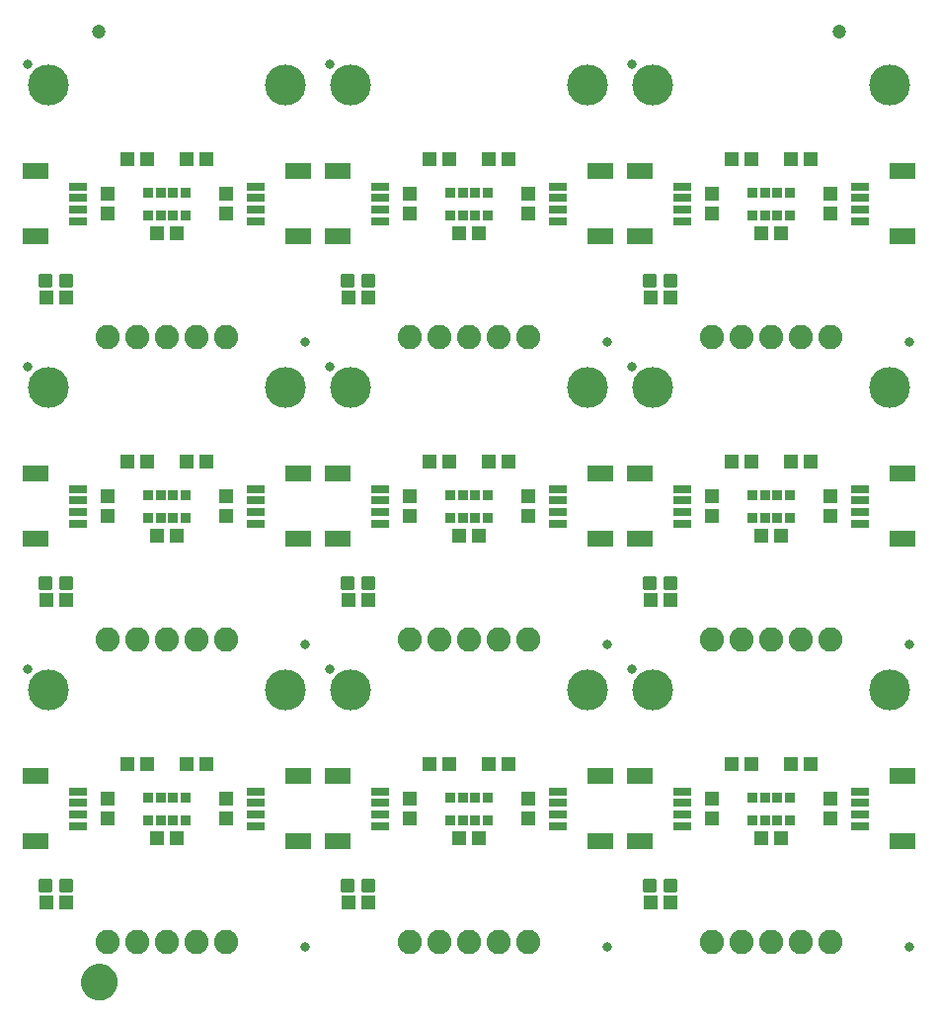
<source format=gts>
G75*
%MOIN*%
%OFA0B0*%
%FSLAX25Y25*%
%IPPOS*%
%LPD*%
%AMOC8*
5,1,8,0,0,1.08239X$1,22.5*
%
%ADD10C,0.13800*%
%ADD11C,0.03300*%
%ADD12R,0.05131X0.04737*%
%ADD13R,0.08674X0.05524*%
%ADD14R,0.06115X0.03162*%
%ADD15C,0.08200*%
%ADD16R,0.04737X0.05131*%
%ADD17C,0.01421*%
%ADD18R,0.03654X0.03556*%
%ADD19C,0.04737*%
%ADD20C,0.05000*%
%ADD21C,0.06706*%
D10*
X0038750Y0118750D03*
X0118750Y0118750D03*
X0140750Y0118750D03*
X0220750Y0118750D03*
X0242750Y0118750D03*
X0322750Y0118750D03*
X0322750Y0220750D03*
X0242750Y0220750D03*
X0220750Y0220750D03*
X0140750Y0220750D03*
X0118750Y0220750D03*
X0038750Y0220750D03*
X0038750Y0322750D03*
X0118750Y0322750D03*
X0140750Y0322750D03*
X0220750Y0322750D03*
X0242750Y0322750D03*
X0322750Y0322750D03*
D11*
X0235750Y0329750D03*
X0133750Y0329750D03*
X0031750Y0329750D03*
X0125250Y0236250D03*
X0133750Y0227750D03*
X0227250Y0236250D03*
X0235750Y0227750D03*
X0329250Y0236250D03*
X0329250Y0134250D03*
X0235750Y0125750D03*
X0227250Y0134250D03*
X0133750Y0125750D03*
X0125250Y0134250D03*
X0031750Y0125750D03*
X0125250Y0032250D03*
X0227250Y0032250D03*
X0329250Y0032250D03*
X0031750Y0227750D03*
D12*
X0037904Y0047250D03*
X0044596Y0047250D03*
X0075404Y0068750D03*
X0082096Y0068750D03*
X0085404Y0093750D03*
X0092096Y0093750D03*
X0072096Y0093750D03*
X0065404Y0093750D03*
X0044596Y0149250D03*
X0037904Y0149250D03*
X0075404Y0170750D03*
X0082096Y0170750D03*
X0085404Y0195750D03*
X0092096Y0195750D03*
X0072096Y0195750D03*
X0065404Y0195750D03*
X0044596Y0251250D03*
X0037904Y0251250D03*
X0075404Y0272750D03*
X0082096Y0272750D03*
X0085404Y0297750D03*
X0092096Y0297750D03*
X0072096Y0297750D03*
X0065404Y0297750D03*
X0139904Y0251250D03*
X0146596Y0251250D03*
X0177404Y0272750D03*
X0184096Y0272750D03*
X0187404Y0297750D03*
X0194096Y0297750D03*
X0174096Y0297750D03*
X0167404Y0297750D03*
X0241904Y0251250D03*
X0248596Y0251250D03*
X0279404Y0272750D03*
X0286096Y0272750D03*
X0289404Y0297750D03*
X0296096Y0297750D03*
X0276096Y0297750D03*
X0269404Y0297750D03*
X0269404Y0195750D03*
X0276096Y0195750D03*
X0289404Y0195750D03*
X0296096Y0195750D03*
X0286096Y0170750D03*
X0279404Y0170750D03*
X0248596Y0149250D03*
X0241904Y0149250D03*
X0194096Y0195750D03*
X0187404Y0195750D03*
X0174096Y0195750D03*
X0167404Y0195750D03*
X0177404Y0170750D03*
X0184096Y0170750D03*
X0146596Y0149250D03*
X0139904Y0149250D03*
X0167404Y0093750D03*
X0174096Y0093750D03*
X0187404Y0093750D03*
X0194096Y0093750D03*
X0184096Y0068750D03*
X0177404Y0068750D03*
X0146596Y0047250D03*
X0139904Y0047250D03*
X0241904Y0047250D03*
X0248596Y0047250D03*
X0279404Y0068750D03*
X0286096Y0068750D03*
X0289404Y0093750D03*
X0296096Y0093750D03*
X0276096Y0093750D03*
X0269404Y0093750D03*
D13*
X0238281Y0089774D03*
X0225219Y0089774D03*
X0225219Y0067726D03*
X0238281Y0067726D03*
X0327219Y0067726D03*
X0327219Y0089774D03*
X0327219Y0169726D03*
X0327219Y0191774D03*
X0327219Y0271726D03*
X0327219Y0293774D03*
X0238281Y0293774D03*
X0225219Y0293774D03*
X0225219Y0271726D03*
X0238281Y0271726D03*
X0238281Y0191774D03*
X0225219Y0191774D03*
X0225219Y0169726D03*
X0238281Y0169726D03*
X0136281Y0169726D03*
X0123219Y0169726D03*
X0123219Y0191774D03*
X0136281Y0191774D03*
X0136281Y0271726D03*
X0123219Y0271726D03*
X0123219Y0293774D03*
X0136281Y0293774D03*
X0034281Y0293774D03*
X0034281Y0271726D03*
X0034281Y0191774D03*
X0034281Y0169726D03*
X0034281Y0089774D03*
X0034281Y0067726D03*
X0123219Y0067726D03*
X0136281Y0067726D03*
X0136281Y0089774D03*
X0123219Y0089774D03*
D14*
X0108750Y0084656D03*
X0108750Y0080719D03*
X0108750Y0076781D03*
X0108750Y0072844D03*
X0150750Y0072844D03*
X0150750Y0076781D03*
X0150750Y0080719D03*
X0150750Y0084656D03*
X0210750Y0084656D03*
X0210750Y0080719D03*
X0210750Y0076781D03*
X0210750Y0072844D03*
X0252750Y0072844D03*
X0252750Y0076781D03*
X0252750Y0080719D03*
X0252750Y0084656D03*
X0312750Y0084656D03*
X0312750Y0080719D03*
X0312750Y0076781D03*
X0312750Y0072844D03*
X0312750Y0174844D03*
X0312750Y0178781D03*
X0312750Y0182719D03*
X0312750Y0186656D03*
X0252750Y0186656D03*
X0252750Y0182719D03*
X0252750Y0178781D03*
X0252750Y0174844D03*
X0210750Y0174844D03*
X0210750Y0178781D03*
X0210750Y0182719D03*
X0210750Y0186656D03*
X0150750Y0186656D03*
X0150750Y0182719D03*
X0150750Y0178781D03*
X0150750Y0174844D03*
X0108750Y0174844D03*
X0108750Y0178781D03*
X0108750Y0182719D03*
X0108750Y0186656D03*
X0048750Y0186656D03*
X0048750Y0182719D03*
X0048750Y0178781D03*
X0048750Y0174844D03*
X0048750Y0084656D03*
X0048750Y0080719D03*
X0048750Y0076781D03*
X0048750Y0072844D03*
X0048750Y0276844D03*
X0048750Y0280781D03*
X0048750Y0284719D03*
X0048750Y0288656D03*
X0108750Y0288656D03*
X0108750Y0284719D03*
X0108750Y0280781D03*
X0108750Y0276844D03*
X0150750Y0276844D03*
X0150750Y0280781D03*
X0150750Y0284719D03*
X0150750Y0288656D03*
X0210750Y0288656D03*
X0210750Y0284719D03*
X0210750Y0280781D03*
X0210750Y0276844D03*
X0252750Y0276844D03*
X0252750Y0280781D03*
X0252750Y0284719D03*
X0252750Y0288656D03*
X0312750Y0288656D03*
X0312750Y0284719D03*
X0312750Y0280781D03*
X0312750Y0276844D03*
D15*
X0302750Y0237750D03*
X0292750Y0237750D03*
X0282750Y0237750D03*
X0272750Y0237750D03*
X0262750Y0237750D03*
X0200750Y0237750D03*
X0190750Y0237750D03*
X0180750Y0237750D03*
X0170750Y0237750D03*
X0160750Y0237750D03*
X0098750Y0237750D03*
X0088750Y0237750D03*
X0078750Y0237750D03*
X0068750Y0237750D03*
X0058750Y0237750D03*
X0058750Y0135750D03*
X0068750Y0135750D03*
X0078750Y0135750D03*
X0088750Y0135750D03*
X0098750Y0135750D03*
X0160750Y0135750D03*
X0170750Y0135750D03*
X0180750Y0135750D03*
X0190750Y0135750D03*
X0200750Y0135750D03*
X0262750Y0135750D03*
X0272750Y0135750D03*
X0282750Y0135750D03*
X0292750Y0135750D03*
X0302750Y0135750D03*
X0302750Y0033750D03*
X0292750Y0033750D03*
X0282750Y0033750D03*
X0272750Y0033750D03*
X0262750Y0033750D03*
X0200750Y0033750D03*
X0190750Y0033750D03*
X0180750Y0033750D03*
X0170750Y0033750D03*
X0160750Y0033750D03*
X0098750Y0033750D03*
X0088750Y0033750D03*
X0078750Y0033750D03*
X0068750Y0033750D03*
X0058750Y0033750D03*
D16*
X0058750Y0075404D03*
X0058750Y0082096D03*
X0098750Y0082096D03*
X0098750Y0075404D03*
X0160750Y0075404D03*
X0160750Y0082096D03*
X0200750Y0082096D03*
X0200750Y0075404D03*
X0262750Y0075404D03*
X0262750Y0082096D03*
X0302750Y0082096D03*
X0302750Y0075404D03*
X0302750Y0177404D03*
X0302750Y0184096D03*
X0262750Y0184096D03*
X0262750Y0177404D03*
X0200750Y0177404D03*
X0200750Y0184096D03*
X0160750Y0184096D03*
X0160750Y0177404D03*
X0098750Y0177404D03*
X0098750Y0184096D03*
X0058750Y0184096D03*
X0058750Y0177404D03*
X0058750Y0279404D03*
X0058750Y0286096D03*
X0098750Y0286096D03*
X0098750Y0279404D03*
X0160750Y0279404D03*
X0160750Y0286096D03*
X0200750Y0286096D03*
X0200750Y0279404D03*
X0262750Y0279404D03*
X0262750Y0286096D03*
X0302750Y0286096D03*
X0302750Y0279404D03*
D17*
X0247045Y0258408D02*
X0247045Y0255092D01*
X0247045Y0258408D02*
X0250361Y0258408D01*
X0250361Y0255092D01*
X0247045Y0255092D01*
X0247045Y0256512D02*
X0250361Y0256512D01*
X0250361Y0257932D02*
X0247045Y0257932D01*
X0240139Y0258408D02*
X0240139Y0255092D01*
X0240139Y0258408D02*
X0243455Y0258408D01*
X0243455Y0255092D01*
X0240139Y0255092D01*
X0240139Y0256512D02*
X0243455Y0256512D01*
X0243455Y0257932D02*
X0240139Y0257932D01*
X0145045Y0258408D02*
X0145045Y0255092D01*
X0145045Y0258408D02*
X0148361Y0258408D01*
X0148361Y0255092D01*
X0145045Y0255092D01*
X0145045Y0256512D02*
X0148361Y0256512D01*
X0148361Y0257932D02*
X0145045Y0257932D01*
X0138139Y0258408D02*
X0138139Y0255092D01*
X0138139Y0258408D02*
X0141455Y0258408D01*
X0141455Y0255092D01*
X0138139Y0255092D01*
X0138139Y0256512D02*
X0141455Y0256512D01*
X0141455Y0257932D02*
X0138139Y0257932D01*
X0043045Y0258408D02*
X0043045Y0255092D01*
X0043045Y0258408D02*
X0046361Y0258408D01*
X0046361Y0255092D01*
X0043045Y0255092D01*
X0043045Y0256512D02*
X0046361Y0256512D01*
X0046361Y0257932D02*
X0043045Y0257932D01*
X0036139Y0258408D02*
X0036139Y0255092D01*
X0036139Y0258408D02*
X0039455Y0258408D01*
X0039455Y0255092D01*
X0036139Y0255092D01*
X0036139Y0256512D02*
X0039455Y0256512D01*
X0039455Y0257932D02*
X0036139Y0257932D01*
X0036139Y0156408D02*
X0036139Y0153092D01*
X0036139Y0156408D02*
X0039455Y0156408D01*
X0039455Y0153092D01*
X0036139Y0153092D01*
X0036139Y0154512D02*
X0039455Y0154512D01*
X0039455Y0155932D02*
X0036139Y0155932D01*
X0043045Y0156408D02*
X0043045Y0153092D01*
X0043045Y0156408D02*
X0046361Y0156408D01*
X0046361Y0153092D01*
X0043045Y0153092D01*
X0043045Y0154512D02*
X0046361Y0154512D01*
X0046361Y0155932D02*
X0043045Y0155932D01*
X0138139Y0156408D02*
X0138139Y0153092D01*
X0138139Y0156408D02*
X0141455Y0156408D01*
X0141455Y0153092D01*
X0138139Y0153092D01*
X0138139Y0154512D02*
X0141455Y0154512D01*
X0141455Y0155932D02*
X0138139Y0155932D01*
X0145045Y0156408D02*
X0145045Y0153092D01*
X0145045Y0156408D02*
X0148361Y0156408D01*
X0148361Y0153092D01*
X0145045Y0153092D01*
X0145045Y0154512D02*
X0148361Y0154512D01*
X0148361Y0155932D02*
X0145045Y0155932D01*
X0240139Y0156408D02*
X0240139Y0153092D01*
X0240139Y0156408D02*
X0243455Y0156408D01*
X0243455Y0153092D01*
X0240139Y0153092D01*
X0240139Y0154512D02*
X0243455Y0154512D01*
X0243455Y0155932D02*
X0240139Y0155932D01*
X0247045Y0156408D02*
X0247045Y0153092D01*
X0247045Y0156408D02*
X0250361Y0156408D01*
X0250361Y0153092D01*
X0247045Y0153092D01*
X0247045Y0154512D02*
X0250361Y0154512D01*
X0250361Y0155932D02*
X0247045Y0155932D01*
X0247045Y0054408D02*
X0247045Y0051092D01*
X0247045Y0054408D02*
X0250361Y0054408D01*
X0250361Y0051092D01*
X0247045Y0051092D01*
X0247045Y0052512D02*
X0250361Y0052512D01*
X0250361Y0053932D02*
X0247045Y0053932D01*
X0240139Y0054408D02*
X0240139Y0051092D01*
X0240139Y0054408D02*
X0243455Y0054408D01*
X0243455Y0051092D01*
X0240139Y0051092D01*
X0240139Y0052512D02*
X0243455Y0052512D01*
X0243455Y0053932D02*
X0240139Y0053932D01*
X0145045Y0054408D02*
X0145045Y0051092D01*
X0145045Y0054408D02*
X0148361Y0054408D01*
X0148361Y0051092D01*
X0145045Y0051092D01*
X0145045Y0052512D02*
X0148361Y0052512D01*
X0148361Y0053932D02*
X0145045Y0053932D01*
X0138139Y0054408D02*
X0138139Y0051092D01*
X0138139Y0054408D02*
X0141455Y0054408D01*
X0141455Y0051092D01*
X0138139Y0051092D01*
X0138139Y0052512D02*
X0141455Y0052512D01*
X0141455Y0053932D02*
X0138139Y0053932D01*
X0043045Y0054408D02*
X0043045Y0051092D01*
X0043045Y0054408D02*
X0046361Y0054408D01*
X0046361Y0051092D01*
X0043045Y0051092D01*
X0043045Y0052512D02*
X0046361Y0052512D01*
X0046361Y0053932D02*
X0043045Y0053932D01*
X0036139Y0054408D02*
X0036139Y0051092D01*
X0036139Y0054408D02*
X0039455Y0054408D01*
X0039455Y0051092D01*
X0036139Y0051092D01*
X0036139Y0052512D02*
X0039455Y0052512D01*
X0039455Y0053932D02*
X0036139Y0053932D01*
D18*
X0072402Y0074813D03*
X0076634Y0074813D03*
X0080866Y0074813D03*
X0085098Y0074813D03*
X0085098Y0082687D03*
X0080866Y0082687D03*
X0076634Y0082687D03*
X0072402Y0082687D03*
X0174402Y0082687D03*
X0178634Y0082687D03*
X0182866Y0082687D03*
X0187098Y0082687D03*
X0187098Y0074813D03*
X0182866Y0074813D03*
X0178634Y0074813D03*
X0174402Y0074813D03*
X0276402Y0074813D03*
X0280634Y0074813D03*
X0284866Y0074813D03*
X0289098Y0074813D03*
X0289098Y0082687D03*
X0284866Y0082687D03*
X0280634Y0082687D03*
X0276402Y0082687D03*
X0276402Y0176813D03*
X0280634Y0176813D03*
X0284866Y0176813D03*
X0289098Y0176813D03*
X0289098Y0184687D03*
X0284866Y0184687D03*
X0280634Y0184687D03*
X0276402Y0184687D03*
X0187098Y0184687D03*
X0182866Y0184687D03*
X0178634Y0184687D03*
X0174402Y0184687D03*
X0174402Y0176813D03*
X0178634Y0176813D03*
X0182866Y0176813D03*
X0187098Y0176813D03*
X0085098Y0176813D03*
X0080866Y0176813D03*
X0076634Y0176813D03*
X0072402Y0176813D03*
X0072402Y0184687D03*
X0076634Y0184687D03*
X0080866Y0184687D03*
X0085098Y0184687D03*
X0085098Y0278813D03*
X0080866Y0278813D03*
X0076634Y0278813D03*
X0072402Y0278813D03*
X0072402Y0286687D03*
X0076634Y0286687D03*
X0080866Y0286687D03*
X0085098Y0286687D03*
X0174402Y0286687D03*
X0178634Y0286687D03*
X0182866Y0286687D03*
X0187098Y0286687D03*
X0187098Y0278813D03*
X0182866Y0278813D03*
X0178634Y0278813D03*
X0174402Y0278813D03*
X0276402Y0278813D03*
X0280634Y0278813D03*
X0284866Y0278813D03*
X0289098Y0278813D03*
X0289098Y0286687D03*
X0284866Y0286687D03*
X0280634Y0286687D03*
X0276402Y0286687D03*
D19*
X0305750Y0341000D03*
X0055750Y0341000D03*
D20*
X0052185Y0020500D02*
X0052187Y0020619D01*
X0052193Y0020738D01*
X0052203Y0020857D01*
X0052217Y0020975D01*
X0052235Y0021093D01*
X0052256Y0021210D01*
X0052282Y0021326D01*
X0052312Y0021442D01*
X0052345Y0021556D01*
X0052382Y0021669D01*
X0052423Y0021781D01*
X0052468Y0021892D01*
X0052516Y0022001D01*
X0052568Y0022108D01*
X0052624Y0022213D01*
X0052683Y0022317D01*
X0052745Y0022418D01*
X0052811Y0022518D01*
X0052880Y0022615D01*
X0052952Y0022709D01*
X0053028Y0022802D01*
X0053106Y0022891D01*
X0053187Y0022978D01*
X0053272Y0023063D01*
X0053359Y0023144D01*
X0053448Y0023222D01*
X0053541Y0023298D01*
X0053635Y0023370D01*
X0053732Y0023439D01*
X0053832Y0023505D01*
X0053933Y0023567D01*
X0054037Y0023626D01*
X0054142Y0023682D01*
X0054249Y0023734D01*
X0054358Y0023782D01*
X0054469Y0023827D01*
X0054581Y0023868D01*
X0054694Y0023905D01*
X0054808Y0023938D01*
X0054924Y0023968D01*
X0055040Y0023994D01*
X0055157Y0024015D01*
X0055275Y0024033D01*
X0055393Y0024047D01*
X0055512Y0024057D01*
X0055631Y0024063D01*
X0055750Y0024065D01*
X0055869Y0024063D01*
X0055988Y0024057D01*
X0056107Y0024047D01*
X0056225Y0024033D01*
X0056343Y0024015D01*
X0056460Y0023994D01*
X0056576Y0023968D01*
X0056692Y0023938D01*
X0056806Y0023905D01*
X0056919Y0023868D01*
X0057031Y0023827D01*
X0057142Y0023782D01*
X0057251Y0023734D01*
X0057358Y0023682D01*
X0057463Y0023626D01*
X0057567Y0023567D01*
X0057668Y0023505D01*
X0057768Y0023439D01*
X0057865Y0023370D01*
X0057959Y0023298D01*
X0058052Y0023222D01*
X0058141Y0023144D01*
X0058228Y0023063D01*
X0058313Y0022978D01*
X0058394Y0022891D01*
X0058472Y0022802D01*
X0058548Y0022709D01*
X0058620Y0022615D01*
X0058689Y0022518D01*
X0058755Y0022418D01*
X0058817Y0022317D01*
X0058876Y0022213D01*
X0058932Y0022108D01*
X0058984Y0022001D01*
X0059032Y0021892D01*
X0059077Y0021781D01*
X0059118Y0021669D01*
X0059155Y0021556D01*
X0059188Y0021442D01*
X0059218Y0021326D01*
X0059244Y0021210D01*
X0059265Y0021093D01*
X0059283Y0020975D01*
X0059297Y0020857D01*
X0059307Y0020738D01*
X0059313Y0020619D01*
X0059315Y0020500D01*
X0059313Y0020381D01*
X0059307Y0020262D01*
X0059297Y0020143D01*
X0059283Y0020025D01*
X0059265Y0019907D01*
X0059244Y0019790D01*
X0059218Y0019674D01*
X0059188Y0019558D01*
X0059155Y0019444D01*
X0059118Y0019331D01*
X0059077Y0019219D01*
X0059032Y0019108D01*
X0058984Y0018999D01*
X0058932Y0018892D01*
X0058876Y0018787D01*
X0058817Y0018683D01*
X0058755Y0018582D01*
X0058689Y0018482D01*
X0058620Y0018385D01*
X0058548Y0018291D01*
X0058472Y0018198D01*
X0058394Y0018109D01*
X0058313Y0018022D01*
X0058228Y0017937D01*
X0058141Y0017856D01*
X0058052Y0017778D01*
X0057959Y0017702D01*
X0057865Y0017630D01*
X0057768Y0017561D01*
X0057668Y0017495D01*
X0057567Y0017433D01*
X0057463Y0017374D01*
X0057358Y0017318D01*
X0057251Y0017266D01*
X0057142Y0017218D01*
X0057031Y0017173D01*
X0056919Y0017132D01*
X0056806Y0017095D01*
X0056692Y0017062D01*
X0056576Y0017032D01*
X0056460Y0017006D01*
X0056343Y0016985D01*
X0056225Y0016967D01*
X0056107Y0016953D01*
X0055988Y0016943D01*
X0055869Y0016937D01*
X0055750Y0016935D01*
X0055631Y0016937D01*
X0055512Y0016943D01*
X0055393Y0016953D01*
X0055275Y0016967D01*
X0055157Y0016985D01*
X0055040Y0017006D01*
X0054924Y0017032D01*
X0054808Y0017062D01*
X0054694Y0017095D01*
X0054581Y0017132D01*
X0054469Y0017173D01*
X0054358Y0017218D01*
X0054249Y0017266D01*
X0054142Y0017318D01*
X0054037Y0017374D01*
X0053933Y0017433D01*
X0053832Y0017495D01*
X0053732Y0017561D01*
X0053635Y0017630D01*
X0053541Y0017702D01*
X0053448Y0017778D01*
X0053359Y0017856D01*
X0053272Y0017937D01*
X0053187Y0018022D01*
X0053106Y0018109D01*
X0053028Y0018198D01*
X0052952Y0018291D01*
X0052880Y0018385D01*
X0052811Y0018482D01*
X0052745Y0018582D01*
X0052683Y0018683D01*
X0052624Y0018787D01*
X0052568Y0018892D01*
X0052516Y0018999D01*
X0052468Y0019108D01*
X0052423Y0019219D01*
X0052382Y0019331D01*
X0052345Y0019444D01*
X0052312Y0019558D01*
X0052282Y0019674D01*
X0052256Y0019790D01*
X0052235Y0019907D01*
X0052217Y0020025D01*
X0052203Y0020143D01*
X0052193Y0020262D01*
X0052187Y0020381D01*
X0052185Y0020500D01*
D21*
X0055750Y0020500D03*
M02*

</source>
